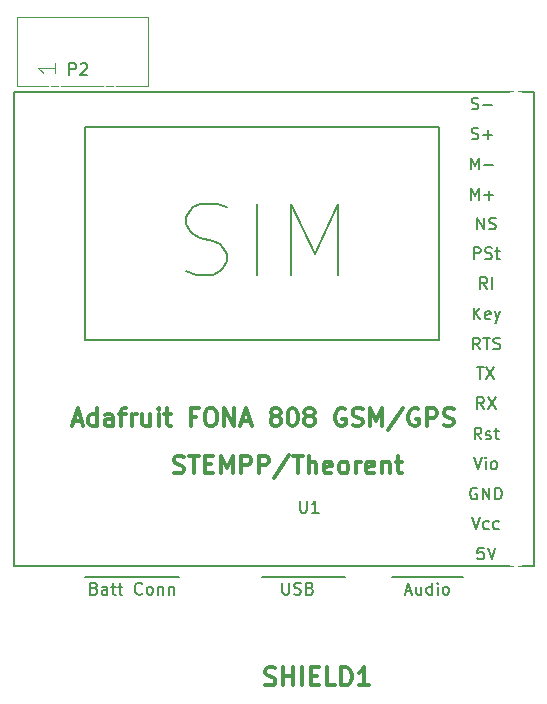
<source format=gto>
G04 #@! TF.FileFunction,Legend,Top*
%FSLAX46Y46*%
G04 Gerber Fmt 4.6, Leading zero omitted, Abs format (unit mm)*
G04 Created by KiCad (PCBNEW 4.0.2-stable) date Monday, April 10, 2017 'PMt' 01:57:30 PM*
%MOMM*%
G01*
G04 APERTURE LIST*
%ADD10C,0.100000*%
%ADD11C,0.300000*%
%ADD12C,0.120000*%
%ADD13C,0.150000*%
%ADD14C,0.304800*%
%ADD15C,1.924000*%
%ADD16C,2.178000*%
%ADD17C,2.900000*%
G04 APERTURE END LIST*
D10*
D11*
X112606657Y-79314743D02*
X112820943Y-79386171D01*
X113178086Y-79386171D01*
X113320943Y-79314743D01*
X113392372Y-79243314D01*
X113463800Y-79100457D01*
X113463800Y-78957600D01*
X113392372Y-78814743D01*
X113320943Y-78743314D01*
X113178086Y-78671886D01*
X112892372Y-78600457D01*
X112749514Y-78529029D01*
X112678086Y-78457600D01*
X112606657Y-78314743D01*
X112606657Y-78171886D01*
X112678086Y-78029029D01*
X112749514Y-77957600D01*
X112892372Y-77886171D01*
X113249514Y-77886171D01*
X113463800Y-77957600D01*
X113892371Y-77886171D02*
X114749514Y-77886171D01*
X114320943Y-79386171D02*
X114320943Y-77886171D01*
X115249514Y-78600457D02*
X115749514Y-78600457D01*
X115963800Y-79386171D02*
X115249514Y-79386171D01*
X115249514Y-77886171D01*
X115963800Y-77886171D01*
X116606657Y-79386171D02*
X116606657Y-77886171D01*
X117106657Y-78957600D01*
X117606657Y-77886171D01*
X117606657Y-79386171D01*
X118320943Y-79386171D02*
X118320943Y-77886171D01*
X118892371Y-77886171D01*
X119035229Y-77957600D01*
X119106657Y-78029029D01*
X119178086Y-78171886D01*
X119178086Y-78386171D01*
X119106657Y-78529029D01*
X119035229Y-78600457D01*
X118892371Y-78671886D01*
X118320943Y-78671886D01*
X119820943Y-79386171D02*
X119820943Y-77886171D01*
X120392371Y-77886171D01*
X120535229Y-77957600D01*
X120606657Y-78029029D01*
X120678086Y-78171886D01*
X120678086Y-78386171D01*
X120606657Y-78529029D01*
X120535229Y-78600457D01*
X120392371Y-78671886D01*
X119820943Y-78671886D01*
X122392371Y-77814743D02*
X121106657Y-79743314D01*
X122678086Y-77886171D02*
X123535229Y-77886171D01*
X123106658Y-79386171D02*
X123106658Y-77886171D01*
X124035229Y-79386171D02*
X124035229Y-77886171D01*
X124678086Y-79386171D02*
X124678086Y-78600457D01*
X124606657Y-78457600D01*
X124463800Y-78386171D01*
X124249515Y-78386171D01*
X124106657Y-78457600D01*
X124035229Y-78529029D01*
X125963800Y-79314743D02*
X125820943Y-79386171D01*
X125535229Y-79386171D01*
X125392372Y-79314743D01*
X125320943Y-79171886D01*
X125320943Y-78600457D01*
X125392372Y-78457600D01*
X125535229Y-78386171D01*
X125820943Y-78386171D01*
X125963800Y-78457600D01*
X126035229Y-78600457D01*
X126035229Y-78743314D01*
X125320943Y-78886171D01*
X126892372Y-79386171D02*
X126749514Y-79314743D01*
X126678086Y-79243314D01*
X126606657Y-79100457D01*
X126606657Y-78671886D01*
X126678086Y-78529029D01*
X126749514Y-78457600D01*
X126892372Y-78386171D01*
X127106657Y-78386171D01*
X127249514Y-78457600D01*
X127320943Y-78529029D01*
X127392372Y-78671886D01*
X127392372Y-79100457D01*
X127320943Y-79243314D01*
X127249514Y-79314743D01*
X127106657Y-79386171D01*
X126892372Y-79386171D01*
X128035229Y-79386171D02*
X128035229Y-78386171D01*
X128035229Y-78671886D02*
X128106657Y-78529029D01*
X128178086Y-78457600D01*
X128320943Y-78386171D01*
X128463800Y-78386171D01*
X129535228Y-79314743D02*
X129392371Y-79386171D01*
X129106657Y-79386171D01*
X128963800Y-79314743D01*
X128892371Y-79171886D01*
X128892371Y-78600457D01*
X128963800Y-78457600D01*
X129106657Y-78386171D01*
X129392371Y-78386171D01*
X129535228Y-78457600D01*
X129606657Y-78600457D01*
X129606657Y-78743314D01*
X128892371Y-78886171D01*
X130249514Y-78386171D02*
X130249514Y-79386171D01*
X130249514Y-78529029D02*
X130320942Y-78457600D01*
X130463800Y-78386171D01*
X130678085Y-78386171D01*
X130820942Y-78457600D01*
X130892371Y-78600457D01*
X130892371Y-79386171D01*
X131392371Y-78386171D02*
X131963800Y-78386171D01*
X131606657Y-77886171D02*
X131606657Y-79171886D01*
X131678085Y-79314743D01*
X131820943Y-79386171D01*
X131963800Y-79386171D01*
X104106658Y-74957600D02*
X104820944Y-74957600D01*
X103963801Y-75386171D02*
X104463801Y-73886171D01*
X104963801Y-75386171D01*
X106106658Y-75386171D02*
X106106658Y-73886171D01*
X106106658Y-75314743D02*
X105963801Y-75386171D01*
X105678087Y-75386171D01*
X105535229Y-75314743D01*
X105463801Y-75243314D01*
X105392372Y-75100457D01*
X105392372Y-74671886D01*
X105463801Y-74529029D01*
X105535229Y-74457600D01*
X105678087Y-74386171D01*
X105963801Y-74386171D01*
X106106658Y-74457600D01*
X107463801Y-75386171D02*
X107463801Y-74600457D01*
X107392372Y-74457600D01*
X107249515Y-74386171D01*
X106963801Y-74386171D01*
X106820944Y-74457600D01*
X107463801Y-75314743D02*
X107320944Y-75386171D01*
X106963801Y-75386171D01*
X106820944Y-75314743D01*
X106749515Y-75171886D01*
X106749515Y-75029029D01*
X106820944Y-74886171D01*
X106963801Y-74814743D01*
X107320944Y-74814743D01*
X107463801Y-74743314D01*
X107963801Y-74386171D02*
X108535230Y-74386171D01*
X108178087Y-75386171D02*
X108178087Y-74100457D01*
X108249515Y-73957600D01*
X108392373Y-73886171D01*
X108535230Y-73886171D01*
X109035230Y-75386171D02*
X109035230Y-74386171D01*
X109035230Y-74671886D02*
X109106658Y-74529029D01*
X109178087Y-74457600D01*
X109320944Y-74386171D01*
X109463801Y-74386171D01*
X110606658Y-74386171D02*
X110606658Y-75386171D01*
X109963801Y-74386171D02*
X109963801Y-75171886D01*
X110035229Y-75314743D01*
X110178087Y-75386171D01*
X110392372Y-75386171D01*
X110535229Y-75314743D01*
X110606658Y-75243314D01*
X111320944Y-75386171D02*
X111320944Y-74386171D01*
X111320944Y-73886171D02*
X111249515Y-73957600D01*
X111320944Y-74029029D01*
X111392372Y-73957600D01*
X111320944Y-73886171D01*
X111320944Y-74029029D01*
X111820944Y-74386171D02*
X112392373Y-74386171D01*
X112035230Y-73886171D02*
X112035230Y-75171886D01*
X112106658Y-75314743D01*
X112249516Y-75386171D01*
X112392373Y-75386171D01*
X114535230Y-74600457D02*
X114035230Y-74600457D01*
X114035230Y-75386171D02*
X114035230Y-73886171D01*
X114749516Y-73886171D01*
X115606658Y-73886171D02*
X115892372Y-73886171D01*
X116035230Y-73957600D01*
X116178087Y-74100457D01*
X116249515Y-74386171D01*
X116249515Y-74886171D01*
X116178087Y-75171886D01*
X116035230Y-75314743D01*
X115892372Y-75386171D01*
X115606658Y-75386171D01*
X115463801Y-75314743D01*
X115320944Y-75171886D01*
X115249515Y-74886171D01*
X115249515Y-74386171D01*
X115320944Y-74100457D01*
X115463801Y-73957600D01*
X115606658Y-73886171D01*
X116892373Y-75386171D02*
X116892373Y-73886171D01*
X117749516Y-75386171D01*
X117749516Y-73886171D01*
X118392373Y-74957600D02*
X119106659Y-74957600D01*
X118249516Y-75386171D02*
X118749516Y-73886171D01*
X119249516Y-75386171D01*
X121106659Y-74529029D02*
X120963801Y-74457600D01*
X120892373Y-74386171D01*
X120820944Y-74243314D01*
X120820944Y-74171886D01*
X120892373Y-74029029D01*
X120963801Y-73957600D01*
X121106659Y-73886171D01*
X121392373Y-73886171D01*
X121535230Y-73957600D01*
X121606659Y-74029029D01*
X121678087Y-74171886D01*
X121678087Y-74243314D01*
X121606659Y-74386171D01*
X121535230Y-74457600D01*
X121392373Y-74529029D01*
X121106659Y-74529029D01*
X120963801Y-74600457D01*
X120892373Y-74671886D01*
X120820944Y-74814743D01*
X120820944Y-75100457D01*
X120892373Y-75243314D01*
X120963801Y-75314743D01*
X121106659Y-75386171D01*
X121392373Y-75386171D01*
X121535230Y-75314743D01*
X121606659Y-75243314D01*
X121678087Y-75100457D01*
X121678087Y-74814743D01*
X121606659Y-74671886D01*
X121535230Y-74600457D01*
X121392373Y-74529029D01*
X122606658Y-73886171D02*
X122749515Y-73886171D01*
X122892372Y-73957600D01*
X122963801Y-74029029D01*
X123035230Y-74171886D01*
X123106658Y-74457600D01*
X123106658Y-74814743D01*
X123035230Y-75100457D01*
X122963801Y-75243314D01*
X122892372Y-75314743D01*
X122749515Y-75386171D01*
X122606658Y-75386171D01*
X122463801Y-75314743D01*
X122392372Y-75243314D01*
X122320944Y-75100457D01*
X122249515Y-74814743D01*
X122249515Y-74457600D01*
X122320944Y-74171886D01*
X122392372Y-74029029D01*
X122463801Y-73957600D01*
X122606658Y-73886171D01*
X123963801Y-74529029D02*
X123820943Y-74457600D01*
X123749515Y-74386171D01*
X123678086Y-74243314D01*
X123678086Y-74171886D01*
X123749515Y-74029029D01*
X123820943Y-73957600D01*
X123963801Y-73886171D01*
X124249515Y-73886171D01*
X124392372Y-73957600D01*
X124463801Y-74029029D01*
X124535229Y-74171886D01*
X124535229Y-74243314D01*
X124463801Y-74386171D01*
X124392372Y-74457600D01*
X124249515Y-74529029D01*
X123963801Y-74529029D01*
X123820943Y-74600457D01*
X123749515Y-74671886D01*
X123678086Y-74814743D01*
X123678086Y-75100457D01*
X123749515Y-75243314D01*
X123820943Y-75314743D01*
X123963801Y-75386171D01*
X124249515Y-75386171D01*
X124392372Y-75314743D01*
X124463801Y-75243314D01*
X124535229Y-75100457D01*
X124535229Y-74814743D01*
X124463801Y-74671886D01*
X124392372Y-74600457D01*
X124249515Y-74529029D01*
X127106657Y-73957600D02*
X126963800Y-73886171D01*
X126749514Y-73886171D01*
X126535229Y-73957600D01*
X126392371Y-74100457D01*
X126320943Y-74243314D01*
X126249514Y-74529029D01*
X126249514Y-74743314D01*
X126320943Y-75029029D01*
X126392371Y-75171886D01*
X126535229Y-75314743D01*
X126749514Y-75386171D01*
X126892371Y-75386171D01*
X127106657Y-75314743D01*
X127178086Y-75243314D01*
X127178086Y-74743314D01*
X126892371Y-74743314D01*
X127749514Y-75314743D02*
X127963800Y-75386171D01*
X128320943Y-75386171D01*
X128463800Y-75314743D01*
X128535229Y-75243314D01*
X128606657Y-75100457D01*
X128606657Y-74957600D01*
X128535229Y-74814743D01*
X128463800Y-74743314D01*
X128320943Y-74671886D01*
X128035229Y-74600457D01*
X127892371Y-74529029D01*
X127820943Y-74457600D01*
X127749514Y-74314743D01*
X127749514Y-74171886D01*
X127820943Y-74029029D01*
X127892371Y-73957600D01*
X128035229Y-73886171D01*
X128392371Y-73886171D01*
X128606657Y-73957600D01*
X129249514Y-75386171D02*
X129249514Y-73886171D01*
X129749514Y-74957600D01*
X130249514Y-73886171D01*
X130249514Y-75386171D01*
X132035228Y-73814743D02*
X130749514Y-75743314D01*
X133320943Y-73957600D02*
X133178086Y-73886171D01*
X132963800Y-73886171D01*
X132749515Y-73957600D01*
X132606657Y-74100457D01*
X132535229Y-74243314D01*
X132463800Y-74529029D01*
X132463800Y-74743314D01*
X132535229Y-75029029D01*
X132606657Y-75171886D01*
X132749515Y-75314743D01*
X132963800Y-75386171D01*
X133106657Y-75386171D01*
X133320943Y-75314743D01*
X133392372Y-75243314D01*
X133392372Y-74743314D01*
X133106657Y-74743314D01*
X134035229Y-75386171D02*
X134035229Y-73886171D01*
X134606657Y-73886171D01*
X134749515Y-73957600D01*
X134820943Y-74029029D01*
X134892372Y-74171886D01*
X134892372Y-74386171D01*
X134820943Y-74529029D01*
X134749515Y-74600457D01*
X134606657Y-74671886D01*
X134035229Y-74671886D01*
X135463800Y-75314743D02*
X135678086Y-75386171D01*
X136035229Y-75386171D01*
X136178086Y-75314743D01*
X136249515Y-75243314D01*
X136320943Y-75100457D01*
X136320943Y-74957600D01*
X136249515Y-74814743D01*
X136178086Y-74743314D01*
X136035229Y-74671886D01*
X135749515Y-74600457D01*
X135606657Y-74529029D01*
X135535229Y-74457600D01*
X135463800Y-74314743D01*
X135463800Y-74171886D01*
X135535229Y-74029029D01*
X135606657Y-73957600D01*
X135749515Y-73886171D01*
X136106657Y-73886171D01*
X136320943Y-73957600D01*
D12*
X106841800Y-46581600D02*
X107441800Y-46581600D01*
X102241800Y-46581600D02*
X102841800Y-46581600D01*
X99341800Y-40731600D02*
X110391800Y-40731600D01*
X99341800Y-46581600D02*
X99341800Y-40731600D01*
X103091800Y-46581600D02*
X106591800Y-46581600D01*
X110391800Y-46581600D02*
X110391800Y-40731600D01*
X99341800Y-46581600D02*
X101991800Y-46581600D01*
X107741800Y-46581600D02*
X110391800Y-46581600D01*
D13*
X131079600Y-88187600D02*
X137079600Y-88187600D01*
X120079600Y-88187600D02*
X127079600Y-88187600D01*
X105079600Y-88187600D02*
X113079600Y-88187600D01*
X135079600Y-68087600D02*
X135079600Y-50087600D01*
X105079600Y-68087600D02*
X135079600Y-68087600D01*
X105079600Y-50087600D02*
X105079600Y-68087600D01*
X135079600Y-50087600D02*
X105079600Y-50087600D01*
X143079600Y-47107600D02*
X143079600Y-87207600D01*
X99079600Y-47107600D02*
X143079600Y-47107600D01*
X99079600Y-87207600D02*
X99079600Y-47107600D01*
X143079600Y-87207600D02*
X99079600Y-87207600D01*
D14*
X120348829Y-97263857D02*
X120566543Y-97336429D01*
X120929400Y-97336429D01*
X121074543Y-97263857D01*
X121147114Y-97191286D01*
X121219686Y-97046143D01*
X121219686Y-96901000D01*
X121147114Y-96755857D01*
X121074543Y-96683286D01*
X120929400Y-96610714D01*
X120639114Y-96538143D01*
X120493972Y-96465571D01*
X120421400Y-96393000D01*
X120348829Y-96247857D01*
X120348829Y-96102714D01*
X120421400Y-95957571D01*
X120493972Y-95885000D01*
X120639114Y-95812429D01*
X121001972Y-95812429D01*
X121219686Y-95885000D01*
X121872829Y-97336429D02*
X121872829Y-95812429D01*
X121872829Y-96538143D02*
X122743686Y-96538143D01*
X122743686Y-97336429D02*
X122743686Y-95812429D01*
X123469400Y-97336429D02*
X123469400Y-95812429D01*
X124195114Y-96538143D02*
X124703114Y-96538143D01*
X124920828Y-97336429D02*
X124195114Y-97336429D01*
X124195114Y-95812429D01*
X124920828Y-95812429D01*
X126299685Y-97336429D02*
X125573971Y-97336429D01*
X125573971Y-95812429D01*
X126807685Y-97336429D02*
X126807685Y-95812429D01*
X127170542Y-95812429D01*
X127388257Y-95885000D01*
X127533399Y-96030143D01*
X127605971Y-96175286D01*
X127678542Y-96465571D01*
X127678542Y-96683286D01*
X127605971Y-96973571D01*
X127533399Y-97118714D01*
X127388257Y-97263857D01*
X127170542Y-97336429D01*
X126807685Y-97336429D01*
X129129971Y-97336429D02*
X128259114Y-97336429D01*
X128694542Y-97336429D02*
X128694542Y-95812429D01*
X128549399Y-96030143D01*
X128404257Y-96175286D01*
X128259114Y-96247857D01*
D13*
X103782905Y-45664381D02*
X103782905Y-44664381D01*
X104163858Y-44664381D01*
X104259096Y-44712000D01*
X104306715Y-44759619D01*
X104354334Y-44854857D01*
X104354334Y-44997714D01*
X104306715Y-45092952D01*
X104259096Y-45140571D01*
X104163858Y-45188190D01*
X103782905Y-45188190D01*
X104735286Y-44759619D02*
X104782905Y-44712000D01*
X104878143Y-44664381D01*
X105116239Y-44664381D01*
X105211477Y-44712000D01*
X105259096Y-44759619D01*
X105306715Y-44854857D01*
X105306715Y-44950095D01*
X105259096Y-45092952D01*
X104687667Y-45664381D01*
X105306715Y-45664381D01*
D12*
X102595371Y-44628028D02*
X102595371Y-45485171D01*
X102595371Y-45056599D02*
X101095371Y-45056599D01*
X101309657Y-45199456D01*
X101452514Y-45342314D01*
X101523943Y-45485171D01*
D13*
X123317695Y-81699981D02*
X123317695Y-82509505D01*
X123365314Y-82604743D01*
X123412933Y-82652362D01*
X123508171Y-82699981D01*
X123698648Y-82699981D01*
X123793886Y-82652362D01*
X123841505Y-82604743D01*
X123889124Y-82509505D01*
X123889124Y-81699981D01*
X124889124Y-82699981D02*
X124317695Y-82699981D01*
X124603409Y-82699981D02*
X124603409Y-81699981D01*
X124508171Y-81842838D01*
X124412933Y-81938076D01*
X124317695Y-81985695D01*
X132246267Y-89354267D02*
X132722458Y-89354267D01*
X132151029Y-89639981D02*
X132484362Y-88639981D01*
X132817696Y-89639981D01*
X133579601Y-88973314D02*
X133579601Y-89639981D01*
X133151029Y-88973314D02*
X133151029Y-89497124D01*
X133198648Y-89592362D01*
X133293886Y-89639981D01*
X133436744Y-89639981D01*
X133531982Y-89592362D01*
X133579601Y-89544743D01*
X134484363Y-89639981D02*
X134484363Y-88639981D01*
X134484363Y-89592362D02*
X134389125Y-89639981D01*
X134198648Y-89639981D01*
X134103410Y-89592362D01*
X134055791Y-89544743D01*
X134008172Y-89449505D01*
X134008172Y-89163790D01*
X134055791Y-89068552D01*
X134103410Y-89020933D01*
X134198648Y-88973314D01*
X134389125Y-88973314D01*
X134484363Y-89020933D01*
X134960553Y-89639981D02*
X134960553Y-88973314D01*
X134960553Y-88639981D02*
X134912934Y-88687600D01*
X134960553Y-88735219D01*
X135008172Y-88687600D01*
X134960553Y-88639981D01*
X134960553Y-88735219D01*
X135579600Y-89639981D02*
X135484362Y-89592362D01*
X135436743Y-89544743D01*
X135389124Y-89449505D01*
X135389124Y-89163790D01*
X135436743Y-89068552D01*
X135484362Y-89020933D01*
X135579600Y-88973314D01*
X135722458Y-88973314D01*
X135817696Y-89020933D01*
X135865315Y-89068552D01*
X135912934Y-89163790D01*
X135912934Y-89449505D01*
X135865315Y-89544743D01*
X135817696Y-89592362D01*
X135722458Y-89639981D01*
X135579600Y-89639981D01*
X121817695Y-88639981D02*
X121817695Y-89449505D01*
X121865314Y-89544743D01*
X121912933Y-89592362D01*
X122008171Y-89639981D01*
X122198648Y-89639981D01*
X122293886Y-89592362D01*
X122341505Y-89544743D01*
X122389124Y-89449505D01*
X122389124Y-88639981D01*
X122817695Y-89592362D02*
X122960552Y-89639981D01*
X123198648Y-89639981D01*
X123293886Y-89592362D01*
X123341505Y-89544743D01*
X123389124Y-89449505D01*
X123389124Y-89354267D01*
X123341505Y-89259029D01*
X123293886Y-89211410D01*
X123198648Y-89163790D01*
X123008171Y-89116171D01*
X122912933Y-89068552D01*
X122865314Y-89020933D01*
X122817695Y-88925695D01*
X122817695Y-88830457D01*
X122865314Y-88735219D01*
X122912933Y-88687600D01*
X123008171Y-88639981D01*
X123246267Y-88639981D01*
X123389124Y-88687600D01*
X124151029Y-89116171D02*
X124293886Y-89163790D01*
X124341505Y-89211410D01*
X124389124Y-89306648D01*
X124389124Y-89449505D01*
X124341505Y-89544743D01*
X124293886Y-89592362D01*
X124198648Y-89639981D01*
X123817695Y-89639981D01*
X123817695Y-88639981D01*
X124151029Y-88639981D01*
X124246267Y-88687600D01*
X124293886Y-88735219D01*
X124341505Y-88830457D01*
X124341505Y-88925695D01*
X124293886Y-89020933D01*
X124246267Y-89068552D01*
X124151029Y-89116171D01*
X123817695Y-89116171D01*
X105889124Y-89116171D02*
X106031981Y-89163790D01*
X106079600Y-89211410D01*
X106127219Y-89306648D01*
X106127219Y-89449505D01*
X106079600Y-89544743D01*
X106031981Y-89592362D01*
X105936743Y-89639981D01*
X105555790Y-89639981D01*
X105555790Y-88639981D01*
X105889124Y-88639981D01*
X105984362Y-88687600D01*
X106031981Y-88735219D01*
X106079600Y-88830457D01*
X106079600Y-88925695D01*
X106031981Y-89020933D01*
X105984362Y-89068552D01*
X105889124Y-89116171D01*
X105555790Y-89116171D01*
X106984362Y-89639981D02*
X106984362Y-89116171D01*
X106936743Y-89020933D01*
X106841505Y-88973314D01*
X106651028Y-88973314D01*
X106555790Y-89020933D01*
X106984362Y-89592362D02*
X106889124Y-89639981D01*
X106651028Y-89639981D01*
X106555790Y-89592362D01*
X106508171Y-89497124D01*
X106508171Y-89401886D01*
X106555790Y-89306648D01*
X106651028Y-89259029D01*
X106889124Y-89259029D01*
X106984362Y-89211410D01*
X107317695Y-88973314D02*
X107698647Y-88973314D01*
X107460552Y-88639981D02*
X107460552Y-89497124D01*
X107508171Y-89592362D01*
X107603409Y-89639981D01*
X107698647Y-89639981D01*
X107889124Y-88973314D02*
X108270076Y-88973314D01*
X108031981Y-88639981D02*
X108031981Y-89497124D01*
X108079600Y-89592362D01*
X108174838Y-89639981D01*
X108270076Y-89639981D01*
X109936744Y-89544743D02*
X109889125Y-89592362D01*
X109746268Y-89639981D01*
X109651030Y-89639981D01*
X109508172Y-89592362D01*
X109412934Y-89497124D01*
X109365315Y-89401886D01*
X109317696Y-89211410D01*
X109317696Y-89068552D01*
X109365315Y-88878076D01*
X109412934Y-88782838D01*
X109508172Y-88687600D01*
X109651030Y-88639981D01*
X109746268Y-88639981D01*
X109889125Y-88687600D01*
X109936744Y-88735219D01*
X110508172Y-89639981D02*
X110412934Y-89592362D01*
X110365315Y-89544743D01*
X110317696Y-89449505D01*
X110317696Y-89163790D01*
X110365315Y-89068552D01*
X110412934Y-89020933D01*
X110508172Y-88973314D01*
X110651030Y-88973314D01*
X110746268Y-89020933D01*
X110793887Y-89068552D01*
X110841506Y-89163790D01*
X110841506Y-89449505D01*
X110793887Y-89544743D01*
X110746268Y-89592362D01*
X110651030Y-89639981D01*
X110508172Y-89639981D01*
X111270077Y-88973314D02*
X111270077Y-89639981D01*
X111270077Y-89068552D02*
X111317696Y-89020933D01*
X111412934Y-88973314D01*
X111555792Y-88973314D01*
X111651030Y-89020933D01*
X111698649Y-89116171D01*
X111698649Y-89639981D01*
X112174839Y-88973314D02*
X112174839Y-89639981D01*
X112174839Y-89068552D02*
X112222458Y-89020933D01*
X112317696Y-88973314D01*
X112460554Y-88973314D01*
X112555792Y-89020933D01*
X112603411Y-89116171D01*
X112603411Y-89639981D01*
X113672171Y-62270971D02*
X114529314Y-62556686D01*
X115957885Y-62556686D01*
X116529314Y-62270971D01*
X116815028Y-61985257D01*
X117100743Y-61413829D01*
X117100743Y-60842400D01*
X116815028Y-60270971D01*
X116529314Y-59985257D01*
X115957885Y-59699543D01*
X114815028Y-59413829D01*
X114243600Y-59128114D01*
X113957885Y-58842400D01*
X113672171Y-58270971D01*
X113672171Y-57699543D01*
X113957885Y-57128114D01*
X114243600Y-56842400D01*
X114815028Y-56556686D01*
X116243600Y-56556686D01*
X117100743Y-56842400D01*
X119672171Y-62556686D02*
X119672171Y-56556686D01*
X122529314Y-62556686D02*
X122529314Y-56556686D01*
X124529314Y-60842400D01*
X126529314Y-56556686D01*
X126529314Y-62556686D01*
X137824838Y-48512362D02*
X137967695Y-48559981D01*
X138205791Y-48559981D01*
X138301029Y-48512362D01*
X138348648Y-48464743D01*
X138396267Y-48369505D01*
X138396267Y-48274267D01*
X138348648Y-48179029D01*
X138301029Y-48131410D01*
X138205791Y-48083790D01*
X138015314Y-48036171D01*
X137920076Y-47988552D01*
X137872457Y-47940933D01*
X137824838Y-47845695D01*
X137824838Y-47750457D01*
X137872457Y-47655219D01*
X137920076Y-47607600D01*
X138015314Y-47559981D01*
X138253410Y-47559981D01*
X138396267Y-47607600D01*
X138824838Y-48179029D02*
X139586743Y-48179029D01*
X137824838Y-51052362D02*
X137967695Y-51099981D01*
X138205791Y-51099981D01*
X138301029Y-51052362D01*
X138348648Y-51004743D01*
X138396267Y-50909505D01*
X138396267Y-50814267D01*
X138348648Y-50719029D01*
X138301029Y-50671410D01*
X138205791Y-50623790D01*
X138015314Y-50576171D01*
X137920076Y-50528552D01*
X137872457Y-50480933D01*
X137824838Y-50385695D01*
X137824838Y-50290457D01*
X137872457Y-50195219D01*
X137920076Y-50147600D01*
X138015314Y-50099981D01*
X138253410Y-50099981D01*
X138396267Y-50147600D01*
X138824838Y-50719029D02*
X139586743Y-50719029D01*
X139205791Y-51099981D02*
X139205791Y-50338076D01*
X137777219Y-53639981D02*
X137777219Y-52639981D01*
X138110553Y-53354267D01*
X138443886Y-52639981D01*
X138443886Y-53639981D01*
X138920076Y-53259029D02*
X139681981Y-53259029D01*
X137777219Y-56199981D02*
X137777219Y-55199981D01*
X138110553Y-55914267D01*
X138443886Y-55199981D01*
X138443886Y-56199981D01*
X138920076Y-55819029D02*
X139681981Y-55819029D01*
X139301029Y-56199981D02*
X139301029Y-55438076D01*
X138317695Y-58719981D02*
X138317695Y-57719981D01*
X138889124Y-58719981D01*
X138889124Y-57719981D01*
X139317695Y-58672362D02*
X139460552Y-58719981D01*
X139698648Y-58719981D01*
X139793886Y-58672362D01*
X139841505Y-58624743D01*
X139889124Y-58529505D01*
X139889124Y-58434267D01*
X139841505Y-58339029D01*
X139793886Y-58291410D01*
X139698648Y-58243790D01*
X139508171Y-58196171D01*
X139412933Y-58148552D01*
X139365314Y-58100933D01*
X139317695Y-58005695D01*
X139317695Y-57910457D01*
X139365314Y-57815219D01*
X139412933Y-57767600D01*
X139508171Y-57719981D01*
X139746267Y-57719981D01*
X139889124Y-57767600D01*
X138015790Y-61239981D02*
X138015790Y-60239981D01*
X138396743Y-60239981D01*
X138491981Y-60287600D01*
X138539600Y-60335219D01*
X138587219Y-60430457D01*
X138587219Y-60573314D01*
X138539600Y-60668552D01*
X138491981Y-60716171D01*
X138396743Y-60763790D01*
X138015790Y-60763790D01*
X138968171Y-61192362D02*
X139111028Y-61239981D01*
X139349124Y-61239981D01*
X139444362Y-61192362D01*
X139491981Y-61144743D01*
X139539600Y-61049505D01*
X139539600Y-60954267D01*
X139491981Y-60859029D01*
X139444362Y-60811410D01*
X139349124Y-60763790D01*
X139158647Y-60716171D01*
X139063409Y-60668552D01*
X139015790Y-60620933D01*
X138968171Y-60525695D01*
X138968171Y-60430457D01*
X139015790Y-60335219D01*
X139063409Y-60287600D01*
X139158647Y-60239981D01*
X139396743Y-60239981D01*
X139539600Y-60287600D01*
X139825314Y-60573314D02*
X140206266Y-60573314D01*
X139968171Y-60239981D02*
X139968171Y-61097124D01*
X140015790Y-61192362D01*
X140111028Y-61239981D01*
X140206266Y-61239981D01*
X139151029Y-63779981D02*
X138817695Y-63303790D01*
X138579600Y-63779981D02*
X138579600Y-62779981D01*
X138960553Y-62779981D01*
X139055791Y-62827600D01*
X139103410Y-62875219D01*
X139151029Y-62970457D01*
X139151029Y-63113314D01*
X139103410Y-63208552D01*
X139055791Y-63256171D01*
X138960553Y-63303790D01*
X138579600Y-63303790D01*
X139579600Y-63779981D02*
X139579600Y-62779981D01*
X138008171Y-66339981D02*
X138008171Y-65339981D01*
X138579600Y-66339981D02*
X138151028Y-65768552D01*
X138579600Y-65339981D02*
X138008171Y-65911410D01*
X139389124Y-66292362D02*
X139293886Y-66339981D01*
X139103409Y-66339981D01*
X139008171Y-66292362D01*
X138960552Y-66197124D01*
X138960552Y-65816171D01*
X139008171Y-65720933D01*
X139103409Y-65673314D01*
X139293886Y-65673314D01*
X139389124Y-65720933D01*
X139436743Y-65816171D01*
X139436743Y-65911410D01*
X138960552Y-66006648D01*
X139770076Y-65673314D02*
X140008171Y-66339981D01*
X140246267Y-65673314D02*
X140008171Y-66339981D01*
X139912933Y-66578076D01*
X139865314Y-66625695D01*
X139770076Y-66673314D01*
X138531981Y-68879981D02*
X138198647Y-68403790D01*
X137960552Y-68879981D02*
X137960552Y-67879981D01*
X138341505Y-67879981D01*
X138436743Y-67927600D01*
X138484362Y-67975219D01*
X138531981Y-68070457D01*
X138531981Y-68213314D01*
X138484362Y-68308552D01*
X138436743Y-68356171D01*
X138341505Y-68403790D01*
X137960552Y-68403790D01*
X138817695Y-67879981D02*
X139389124Y-67879981D01*
X139103409Y-68879981D02*
X139103409Y-67879981D01*
X139674838Y-68832362D02*
X139817695Y-68879981D01*
X140055791Y-68879981D01*
X140151029Y-68832362D01*
X140198648Y-68784743D01*
X140246267Y-68689505D01*
X140246267Y-68594267D01*
X140198648Y-68499029D01*
X140151029Y-68451410D01*
X140055791Y-68403790D01*
X139865314Y-68356171D01*
X139770076Y-68308552D01*
X139722457Y-68260933D01*
X139674838Y-68165695D01*
X139674838Y-68070457D01*
X139722457Y-67975219D01*
X139770076Y-67927600D01*
X139865314Y-67879981D01*
X140103410Y-67879981D01*
X140246267Y-67927600D01*
X138277695Y-70399981D02*
X138849124Y-70399981D01*
X138563409Y-71399981D02*
X138563409Y-70399981D01*
X139087219Y-70399981D02*
X139753886Y-71399981D01*
X139753886Y-70399981D02*
X139087219Y-71399981D01*
X138872934Y-73939981D02*
X138539600Y-73463790D01*
X138301505Y-73939981D02*
X138301505Y-72939981D01*
X138682458Y-72939981D01*
X138777696Y-72987600D01*
X138825315Y-73035219D01*
X138872934Y-73130457D01*
X138872934Y-73273314D01*
X138825315Y-73368552D01*
X138777696Y-73416171D01*
X138682458Y-73463790D01*
X138301505Y-73463790D01*
X139206267Y-72939981D02*
X139872934Y-73939981D01*
X139872934Y-72939981D02*
X139206267Y-73939981D01*
X138658648Y-76499981D02*
X138325314Y-76023790D01*
X138087219Y-76499981D02*
X138087219Y-75499981D01*
X138468172Y-75499981D01*
X138563410Y-75547600D01*
X138611029Y-75595219D01*
X138658648Y-75690457D01*
X138658648Y-75833314D01*
X138611029Y-75928552D01*
X138563410Y-75976171D01*
X138468172Y-76023790D01*
X138087219Y-76023790D01*
X139039600Y-76452362D02*
X139134838Y-76499981D01*
X139325314Y-76499981D01*
X139420553Y-76452362D01*
X139468172Y-76357124D01*
X139468172Y-76309505D01*
X139420553Y-76214267D01*
X139325314Y-76166648D01*
X139182457Y-76166648D01*
X139087219Y-76119029D01*
X139039600Y-76023790D01*
X139039600Y-75976171D01*
X139087219Y-75880933D01*
X139182457Y-75833314D01*
X139325314Y-75833314D01*
X139420553Y-75880933D01*
X139753886Y-75833314D02*
X140134838Y-75833314D01*
X139896743Y-75499981D02*
X139896743Y-76357124D01*
X139944362Y-76452362D01*
X140039600Y-76499981D01*
X140134838Y-76499981D01*
X138015791Y-78019981D02*
X138349124Y-79019981D01*
X138682458Y-78019981D01*
X139015791Y-79019981D02*
X139015791Y-78353314D01*
X139015791Y-78019981D02*
X138968172Y-78067600D01*
X139015791Y-78115219D01*
X139063410Y-78067600D01*
X139015791Y-78019981D01*
X139015791Y-78115219D01*
X139634838Y-79019981D02*
X139539600Y-78972362D01*
X139491981Y-78924743D01*
X139444362Y-78829505D01*
X139444362Y-78543790D01*
X139491981Y-78448552D01*
X139539600Y-78400933D01*
X139634838Y-78353314D01*
X139777696Y-78353314D01*
X139872934Y-78400933D01*
X139920553Y-78448552D01*
X139968172Y-78543790D01*
X139968172Y-78829505D01*
X139920553Y-78924743D01*
X139872934Y-78972362D01*
X139777696Y-79019981D01*
X139634838Y-79019981D01*
X138277696Y-80627600D02*
X138182458Y-80579981D01*
X138039601Y-80579981D01*
X137896743Y-80627600D01*
X137801505Y-80722838D01*
X137753886Y-80818076D01*
X137706267Y-81008552D01*
X137706267Y-81151410D01*
X137753886Y-81341886D01*
X137801505Y-81437124D01*
X137896743Y-81532362D01*
X138039601Y-81579981D01*
X138134839Y-81579981D01*
X138277696Y-81532362D01*
X138325315Y-81484743D01*
X138325315Y-81151410D01*
X138134839Y-81151410D01*
X138753886Y-81579981D02*
X138753886Y-80579981D01*
X139325315Y-81579981D01*
X139325315Y-80579981D01*
X139801505Y-81579981D02*
X139801505Y-80579981D01*
X140039600Y-80579981D01*
X140182458Y-80627600D01*
X140277696Y-80722838D01*
X140325315Y-80818076D01*
X140372934Y-81008552D01*
X140372934Y-81151410D01*
X140325315Y-81341886D01*
X140277696Y-81437124D01*
X140182458Y-81532362D01*
X140039600Y-81579981D01*
X139801505Y-81579981D01*
X137849124Y-83099981D02*
X138182457Y-84099981D01*
X138515791Y-83099981D01*
X139277696Y-84052362D02*
X139182458Y-84099981D01*
X138991981Y-84099981D01*
X138896743Y-84052362D01*
X138849124Y-84004743D01*
X138801505Y-83909505D01*
X138801505Y-83623790D01*
X138849124Y-83528552D01*
X138896743Y-83480933D01*
X138991981Y-83433314D01*
X139182458Y-83433314D01*
X139277696Y-83480933D01*
X140134839Y-84052362D02*
X140039601Y-84099981D01*
X139849124Y-84099981D01*
X139753886Y-84052362D01*
X139706267Y-84004743D01*
X139658648Y-83909505D01*
X139658648Y-83623790D01*
X139706267Y-83528552D01*
X139753886Y-83480933D01*
X139849124Y-83433314D01*
X140039601Y-83433314D01*
X140134839Y-83480933D01*
X138849124Y-85659981D02*
X138372933Y-85659981D01*
X138325314Y-86136171D01*
X138372933Y-86088552D01*
X138468171Y-86040933D01*
X138706267Y-86040933D01*
X138801505Y-86088552D01*
X138849124Y-86136171D01*
X138896743Y-86231410D01*
X138896743Y-86469505D01*
X138849124Y-86564743D01*
X138801505Y-86612362D01*
X138706267Y-86659981D01*
X138468171Y-86659981D01*
X138372933Y-86612362D01*
X138325314Y-86564743D01*
X139182457Y-85659981D02*
X139515790Y-86659981D01*
X139849124Y-85659981D01*
%LPC*%
D15*
X145961100Y-41503600D03*
X145961100Y-44043600D03*
X145961100Y-46583600D03*
X145961100Y-54203600D03*
X145961100Y-51663600D03*
X145961100Y-49123600D03*
X145961100Y-59283600D03*
X145961100Y-61823600D03*
X145961100Y-64363600D03*
X145961100Y-69443600D03*
X145961100Y-71983600D03*
X97701100Y-41503600D03*
X97701100Y-44043600D03*
X97701100Y-46583600D03*
X97701100Y-49123600D03*
X97701100Y-51663600D03*
X97701100Y-54203600D03*
X97701100Y-56743600D03*
X97701100Y-59283600D03*
X97701100Y-63347600D03*
X97701100Y-65887600D03*
X97701100Y-68427600D03*
X97701100Y-70967600D03*
X97701100Y-73507600D03*
X97701100Y-76047600D03*
X97701100Y-78587600D03*
X97701100Y-81127600D03*
X145961100Y-66903600D03*
X97701100Y-83667600D03*
X97701100Y-86207600D03*
X145961100Y-74523600D03*
X145961100Y-77063600D03*
X101841800Y-43281600D03*
X103841800Y-43281600D03*
X105841800Y-43281600D03*
X107841800Y-43281600D03*
D16*
X141579600Y-86207600D03*
X141579600Y-83667600D03*
X141579600Y-81127600D03*
X141579600Y-78587600D03*
X141579600Y-76047600D03*
X141579600Y-73507600D03*
X141579600Y-70967600D03*
X141579600Y-68427600D03*
X141579600Y-65887600D03*
X141579600Y-63347600D03*
X141579600Y-60807600D03*
X141579600Y-58267600D03*
X141579600Y-55727600D03*
X141579600Y-53187600D03*
X141579600Y-50647600D03*
X141579600Y-48107600D03*
D17*
X101579600Y-84707600D03*
X101579600Y-49587600D03*
M02*

</source>
